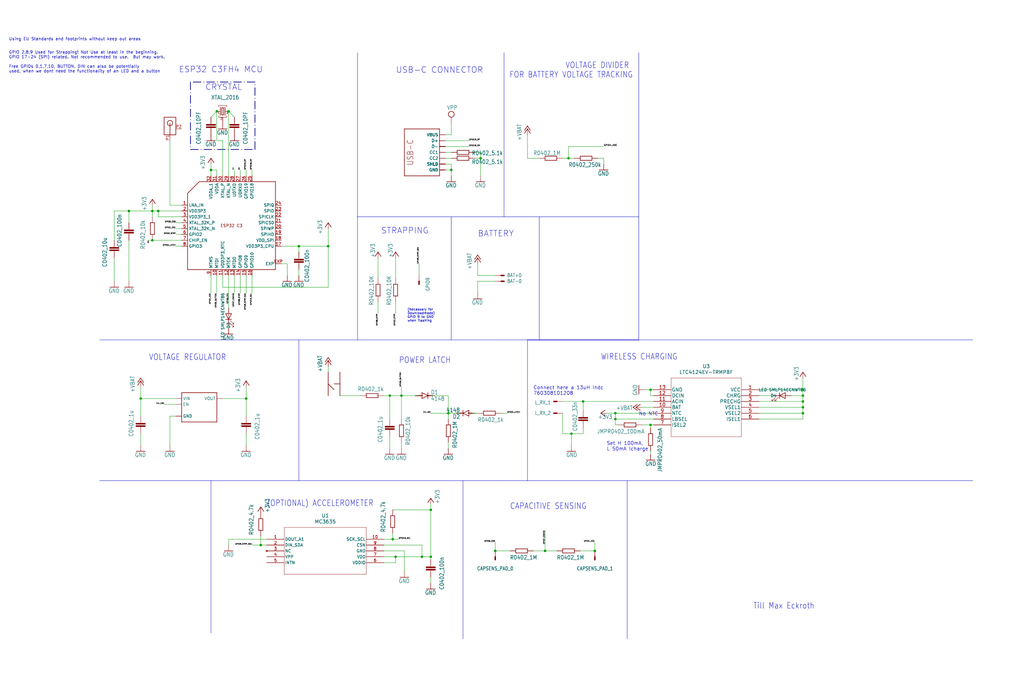
<source format=kicad_sch>
(kicad_sch (version 20230121) (generator eeschema)
  (paper "User" 443.814 298.602)
  (title_block (title "Mouth") (rev "V3"))
  (junction (at 173.99 171.45))
  (junction (at 257.81 238.76))
  (junction (at 186.69 241.3))
  (junction (at 55.88 91.44))
  (junction (at 194.31 179.07))
  (junction (at 208.28 68.58))
  (junction (at 347.98 179.07))
  (junction (at 93.98 48.26))
  (junction (at 129.54 106.68))
  (junction (at 60.96 172.72))
  (junction (at 66.04 104.14))
  (junction (at 99.06 48.26))
  (junction (at 214.63 238.76))
  (junction (at 91.44 73.66))
  (junction (at 281.94 168.91))
  (junction (at 182.88 241.3))
  (junction (at 106.68 172.72))
  (junction (at 170.18 233.68))
  (junction (at 347.98 168.91))
  (junction (at 266.7 179.07))
  (junction (at 186.69 220.98))
  (junction (at 236.22 238.76))
  (junction (at 66.04 91.44))
  (junction (at 113.03 236.22))
  (junction (at 168.91 171.45))
  (junction (at 347.98 171.45))
  (junction (at 142.24 106.68))
  (junction (at 347.98 173.99))
  (junction (at 252.73 173.99))
  (junction (at 246.38 68.58))
  (junction (at 171.45 241.3))
  (junction (at 247.65 187.96))
  (junction (at 68.58 91.44))
  (junction (at 347.98 176.53))
  (junction (at 281.94 184.15))
  (junction (at 266.7 181.61))
  (junction (at 195.58 73.66))
  (wire (pts (xy 113.03 232.41) (xy 113.03 236.22)))
  (wire (pts (xy 91.44 119.38) (xy 91.44 127)) (stroke (width 0.1524)))
  (wire (pts (xy 78.74 91.44) (xy 68.58 91.44)) (stroke (width 0.1524)))
  (wire (pts (xy 55.88 96.52) (xy 55.88 91.44)) (stroke (width 0.1524)))
  (wire (pts (xy 101.6 76.2) (xy 101.6 73.66)) (stroke (width 0.1524)))
  (wire (pts (xy 76.2 96.52) (xy 78.74 96.52)))
  (wire (pts (xy 347.98 173.99) (xy 347.98 176.53)))
  (wire (pts (xy 76.2 180.34) (xy 73.66 180.34)) (stroke (width 0.1524)))
  (wire (pts (xy 106.68 172.72) (xy 106.68 167.64)) (stroke (width 0.1524)))
  (polyline (pts (xy 43.18 147.32) (xy 129.54 147.32)) (stroke (width 0.1524) (type solid)))
  (wire (pts (xy 266.7 179.07) (xy 266.7 181.61)))
  (wire (pts (xy 104.14 119.38) (xy 104.14 127)) (stroke (width 0.1524)))
  (wire (pts (xy 171.45 241.3) (xy 182.88 241.3)))
  (wire (pts (xy 214.63 119.38) (xy 207.01 119.38)) (stroke (width 0.1524)))
  (wire (pts (xy 342.9 171.45) (xy 347.98 171.45)))
  (wire (pts (xy 170.18 231.14) (xy 170.18 233.68)))
  (wire (pts (xy 214.63 234.95) (xy 214.63 238.76)))
  (bus (pts (xy 82.55 35.56) (xy 82.55 64.77)) (stroke (width 0) (type dash_dot)))
  (wire (pts (xy 170.18 233.68) (xy 172.72 233.68)))
  (wire (pts (xy 208.28 68.58) (xy 208.28 76.2)) (stroke (width 0.1524)))
  (wire (pts (xy 186.69 250.19) (xy 186.69 252.73)))
  (wire (pts (xy 266.7 181.61) (xy 266.7 184.15)))
  (wire (pts (xy 214.63 238.76) (xy 220.98 238.76)))
  (wire (pts (xy 246.38 68.58) (xy 246.38 63.5)) (stroke (width 0.1524)))
  (wire (pts (xy 283.21 173.99) (xy 252.73 173.99)))
  (wire (pts (xy 246.38 68.58) (xy 248.92 68.58)) (stroke (width 0.1524)))
  (wire (pts (xy 73.66 60.96) (xy 73.66 88.9)) (stroke (width 0.1524)))
  (wire (pts (xy 55.88 104.14) (xy 55.88 121.92)) (stroke (width 0.1524)))
  (wire (pts (xy 217.17 179.07) (xy 219.71 179.07)) (stroke (width 0.1524)))
  (wire (pts (xy 347.98 168.91) (xy 347.98 171.45)))
  (wire (pts (xy 328.93 179.07) (xy 347.98 179.07)))
  (wire (pts (xy 281.94 171.45) (xy 281.94 168.91)))
  (wire (pts (xy 64.77 104.14) (xy 66.04 104.14)) (stroke (width 0.1524)))
  (wire (pts (xy 228.6 68.58) (xy 228.6 58.42)) (stroke (width 0.1524)))
  (polyline (pts (xy 195.58 147.32) (xy 215.9 147.32)) (stroke (width 0.1524) (type solid)))
  (wire (pts (xy 283.21 176.53) (xy 278.13 176.53)) (stroke (width 0.1524)))
  (polyline (pts (xy 154.94 22.86) (xy 154.94 93.98)) (stroke (width 0.1524) (type solid)))
  (wire (pts (xy 186.69 218.44) (xy 186.69 220.98)))
  (wire (pts (xy 207.01 119.38) (xy 207.01 114.3)) (stroke (width 0.1524)))
  (wire (pts (xy 347.98 168.91) (xy 328.93 168.91)))
  (wire (pts (xy 60.96 180.34) (xy 60.96 172.72)) (stroke (width 0.1524)))
  (wire (pts (xy 78.74 88.9) (xy 73.66 88.9)) (stroke (width 0.1524)))
  (polyline (pts (xy 276.86 22.86) (xy 276.86 93.98)) (stroke (width 0.1524) (type solid)))
  (wire (pts (xy 109.22 119.38) (xy 109.22 127)) (stroke (width 0.1524)))
  (wire (pts (xy 182.88 236.22) (xy 182.88 241.3)))
  (wire (pts (xy 205.74 66.04) (xy 208.28 66.04)) (stroke (width 0.1524)))
  (wire (pts (xy 166.37 171.45) (xy 168.91 171.45)) (stroke (width 0.1524)))
  (wire (pts (xy 347.98 179.07) (xy 347.98 181.61)))
  (polyline (pts (xy 129.54 208.28) (xy 91.44 208.28)) (stroke (width 0.1524) (type solid)))
  (wire (pts (xy 171.45 111.76) (xy 171.45 120.65)) (stroke (width 0.1524)))
  (wire (pts (xy 328.93 181.61) (xy 347.98 181.61)))
  (wire (pts (xy 99.06 127) (xy 99.06 133.35)))
  (wire (pts (xy 168.91 181.61) (xy 168.91 171.45)) (stroke (width 0.1524)))
  (wire (pts (xy 99.06 140.97) (xy 99.06 142.24)))
  (polyline (pts (xy 154.94 93.98) (xy 154.94 147.32)) (stroke (width 0.1524) (type solid)))
  (wire (pts (xy 78.74 99.06) (xy 76.2 99.06)) (stroke (width 0.1524)))
  (polyline (pts (xy 228.6 147.32) (xy 421.64 147.32)) (stroke (width 0.1524) (type solid)))
  (wire (pts (xy 163.83 120.65) (xy 163.83 111.76)) (stroke (width 0.1524)))
  (polyline (pts (xy 233.68 93.98) (xy 276.86 93.98)) (stroke (width 0.1524) (type solid)))
  (wire (pts (xy 328.93 173.99) (xy 347.98 173.99)))
  (wire (pts (xy 91.44 73.66) (xy 91.44 76.2)) (stroke (width 0.1524)))
  (wire (pts (xy 129.54 109.22) (xy 129.54 106.68)) (stroke (width 0.1524)))
  (wire (pts (xy 91.44 73.66) (xy 91.44 71.12)) (stroke (width 0.1524)))
  (wire (pts (xy 194.31 181.61) (xy 194.31 179.07)) (stroke (width 0.1524)))
  (wire (pts (xy 347.98 171.45) (xy 347.98 173.99)))
  (wire (pts (xy 266.7 184.15) (xy 267.97 184.15)))
  (wire (pts (xy 252.73 187.96) (xy 247.65 187.96)))
  (wire (pts (xy 166.37 243.84) (xy 171.45 243.84)))
  (wire (pts (xy 199.39 179.07) (xy 194.31 179.07)) (stroke (width 0.1524)))
  (wire (pts (xy 93.98 76.2) (xy 93.98 73.66)) (stroke (width 0.1524)))
  (wire (pts (xy 207.01 179.07) (xy 204.47 179.07)) (stroke (width 0.1524)))
  (wire (pts (xy 195.58 71.12) (xy 195.58 73.66)) (stroke (width 0.1524)))
  (polyline (pts (xy 271.78 208.28) (xy 271.78 276.86)) (stroke (width 0.1524) (type solid)))
  (wire (pts (xy 99.06 119.38) (xy 99.06 127)) (stroke (width 0.1524)))
  (wire (pts (xy 78.74 106.68) (xy 76.2 106.68)) (stroke (width 0.1524)))
  (wire (pts (xy 181.61 119.38) (xy 181.61 114.3)))
  (wire (pts (xy 281.94 184.15) (xy 278.13 184.15)))
  (wire (pts (xy 231.14 238.76) (xy 236.22 238.76)))
  (wire (pts (xy 173.99 191.77) (xy 173.99 194.31)) (stroke (width 0.1524)))
  (bus (pts (xy 110.49 64.77) (xy 110.49 35.56)) (stroke (width 0) (type dash_dot)))
  (wire (pts (xy 243.84 68.58) (xy 246.38 68.58)) (stroke (width 0.1524)))
  (wire (pts (xy 193.04 60.96) (xy 203.2 60.96)) (stroke (width 0.1524)))
  (wire (pts (xy 281.94 168.91) (xy 283.21 168.91)))
  (wire (pts (xy 259.08 68.58) (xy 261.62 68.58)) (stroke (width 0.1524)))
  (wire (pts (xy 168.91 189.23) (xy 168.91 194.31)) (stroke (width 0.1524)))
  (wire (pts (xy 205.74 68.58) (xy 208.28 68.58)) (stroke (width 0.1524)))
  (wire (pts (xy 147.32 171.45) (xy 156.21 171.45)) (stroke (width 0.1524)))
  (polyline (pts (xy 215.9 208.28) (xy 228.6 208.28)) (stroke (width 0.1524) (type solid)))
  (wire (pts (xy 96.52 124.46) (xy 142.24 124.46)) (stroke (width 0.1524)))
  (wire (pts (xy 60.96 187.96) (xy 60.96 193.04)) (stroke (width 0.1524)))
  (wire (pts (xy 328.93 171.45) (xy 335.28 171.45)))
  (wire (pts (xy 121.92 114.3) (xy 124.46 114.3)) (stroke (width 0.1524)))
  (wire (pts (xy 283.21 171.45) (xy 281.94 171.45)))
  (wire (pts (xy 247.65 187.96) (xy 247.65 193.04)))
  (wire (pts (xy 101.6 119.38) (xy 101.6 127)) (stroke (width 0.1524)))
  (wire (pts (xy 347.98 163.83) (xy 347.98 168.91)))
  (wire (pts (xy 66.04 93.98) (xy 66.04 91.44)) (stroke (width 0.1524)))
  (polyline (pts (xy 218.44 22.86) (xy 218.44 93.98)) (stroke (width 0.1524) (type solid)))
  (wire (pts (xy 142.24 106.68) (xy 142.24 99.06)) (stroke (width 0.1524)))
  (polyline (pts (xy 200.66 208.28) (xy 200.66 276.86)) (stroke (width 0.1524) (type solid)))
  (wire (pts (xy 195.58 73.66) (xy 195.58 76.2)) (stroke (width 0.1524)))
  (wire (pts (xy 251.46 238.76) (xy 257.81 238.76)))
  (wire (pts (xy 171.45 130.81) (xy 171.45 135.89)) (stroke (width 0.1524)))
  (wire (pts (xy 73.66 180.34) (xy 73.66 193.04)) (stroke (width 0.1524)))
  (bus (pts (xy 82.55 64.77) (xy 110.49 64.77)) (stroke (width 0) (type dash_dot)))
  (polyline (pts (xy 228.6 208.28) (xy 421.64 208.28)) (stroke (width 0.1524) (type solid)))
  (wire (pts (xy 163.83 130.81) (xy 163.83 135.89)) (stroke (width 0.1524)))
  (wire (pts (xy 166.37 241.3) (xy 171.45 241.3)))
  (wire (pts (xy 106.68 193.04) (xy 106.68 187.96)) (stroke (width 0.1524)))
  (polyline (pts (xy 218.44 93.98) (xy 233.68 93.98)) (stroke (width 0.1524) (type solid)))
  (wire (pts (xy 252.73 185.42) (xy 252.73 187.96)))
  (wire (pts (xy 347.98 176.53) (xy 347.98 179.07)))
  (wire (pts (xy 78.74 101.6) (xy 76.2 101.6)) (stroke (width 0.1524)))
  (wire (pts (xy 101.6 50.8) (xy 99.06 48.26)) (stroke (width 0.1524)))
  (wire (pts (xy 49.53 91.44) (xy 49.53 104.14)) (stroke (width 0.1524)))
  (wire (pts (xy 194.31 179.07) (xy 186.69 179.07)) (stroke (width 0.1524)))
  (bus (pts (xy 110.49 35.56) (xy 82.55 35.56)) (stroke (width 0) (type dash_dot)))
  (wire (pts (xy 129.54 106.68) (xy 142.24 106.68)) (stroke (width 0.1524)))
  (polyline (pts (xy 228.6 147.32) (xy 228.6 208.28)) (stroke (width 0.1524) (type solid)))
  (wire (pts (xy 195.58 53.34) (xy 195.58 58.42)) (stroke (width 0.1524)))
  (wire (pts (xy 109.22 76.2) (xy 109.22 73.66)) (stroke (width 0.1524)))
  (polyline (pts (xy 218.44 93.98) (xy 154.94 93.98)) (stroke (width 0.1524) (type solid)))
  (wire (pts (xy 99.06 233.68) (xy 99.06 236.22)))
  (wire (pts (xy 236.22 229.87) (xy 236.22 238.76)))
  (wire (pts (xy 173.99 167.64) (xy 173.99 171.45)) (stroke (width 0.1524)))
  (wire (pts (xy 78.74 93.98) (xy 68.58 93.98)) (stroke (width 0.1524)))
  (wire (pts (xy 93.98 119.38) (xy 93.98 127)) (stroke (width 0.1524)))
  (wire (pts (xy 194.31 191.77) (xy 194.31 194.31)) (stroke (width 0.1524)))
  (wire (pts (xy 186.69 171.45) (xy 194.31 171.45)) (stroke (width 0.1524)))
  (wire (pts (xy 182.88 241.3) (xy 186.69 241.3)))
  (polyline (pts (xy 129.54 147.32) (xy 129.54 208.28)) (stroke (width 0.1524) (type solid)))
  (wire (pts (xy 281.94 196.85) (xy 281.94 195.58)))
  (wire (pts (xy 91.44 50.8) (xy 93.98 48.26)) (stroke (width 0.1524)))
  (wire (pts (xy 99.06 48.26) (xy 99.06 76.2)) (stroke (width 0.1524)))
  (wire (pts (xy 243.84 187.96) (xy 243.84 179.07)))
  (wire (pts (xy 121.92 106.68) (xy 129.54 106.68)) (stroke (width 0.1524)))
  (wire (pts (xy 193.04 58.42) (xy 195.58 58.42)) (stroke (width 0.1524)))
  (wire (pts (xy 96.52 172.72) (xy 106.68 172.72)) (stroke (width 0.1524)))
  (wire (pts (xy 195.58 73.66) (xy 193.04 73.66)) (stroke (width 0.1524)))
  (wire (pts (xy 262.89 179.07) (xy 266.7 179.07)))
  (wire (pts (xy 166.37 238.76) (xy 175.26 238.76)))
  (wire (pts (xy 171.45 243.84) (xy 171.45 241.3)))
  (polyline (pts (xy 233.68 93.98) (xy 233.68 147.32)) (stroke (width 0.1524) (type solid)))
  (wire (pts (xy 266.7 181.61) (xy 283.21 181.61)))
  (wire (pts (xy 96.52 119.38) (xy 96.52 124.46)) (stroke (width 0.1524)))
  (wire (pts (xy 142.24 124.46) (xy 142.24 106.68)) (stroke (width 0.1524)))
  (polyline (pts (xy 43.18 208.28) (xy 91.44 208.28)) (stroke (width 0.1524) (type solid)))
  (wire (pts (xy 181.61 171.45) (xy 173.99 171.45)) (stroke (width 0.1524)))
  (wire (pts (xy 49.53 111.76) (xy 49.53 121.92)) (stroke (width 0.1524)))
  (wire (pts (xy 168.91 171.45) (xy 173.99 171.45)) (stroke (width 0.1524)))
  (wire (pts (xy 175.26 238.76) (xy 175.26 247.65)))
  (wire (pts (xy 60.96 172.72) (xy 60.96 167.64)) (stroke (width 0.1524)))
  (wire (pts (xy 193.04 66.04) (xy 195.58 66.04)) (stroke (width 0.1524)))
  (wire (pts (xy 66.04 104.14) (xy 78.74 104.14)) (stroke (width 0.1524)))
  (polyline (pts (xy 195.58 93.98) (xy 195.58 147.32)) (stroke (width 0.1524) (type solid)))
  (wire (pts (xy 236.22 238.76) (xy 241.3 238.76)))
  (wire (pts (xy 106.68 180.34) (xy 106.68 172.72)) (stroke (width 0.1524)))
  (wire (pts (xy 281.94 185.42) (xy 281.94 184.15)))
  (wire (pts (xy 124.46 114.3) (xy 124.46 119.38)) (stroke (width 0.1524)))
  (wire (pts (xy 252.73 173.99) (xy 252.73 177.8)))
  (polyline (pts (xy 129.54 147.32) (xy 154.94 147.32)) (stroke (width 0.1524) (type solid)))
  (polyline (pts (xy 276.86 93.98) (xy 276.86 147.32)) (stroke (width 0.1524) (type solid)))
  (wire (pts (xy 246.38 63.5) (xy 261.62 63.5)) (stroke (width 0.1524)))
  (wire (pts (xy 106.68 119.38) (xy 106.68 127)) (stroke (width 0.1524)))
  (wire (pts (xy 208.28 66.04) (xy 208.28 68.58)) (stroke (width 0.1524)))
  (wire (pts (xy 193.04 68.58) (xy 195.58 68.58)) (stroke (width 0.1524)))
  (wire (pts (xy 279.4 168.91) (xy 281.94 168.91)))
  (wire (pts (xy 68.58 93.98) (xy 68.58 91.44)) (stroke (width 0.1524)))
  (polyline (pts (xy 154.94 147.32) (xy 195.58 147.32)) (stroke (width 0.1524) (type solid)))
  (wire (pts (xy 170.18 220.98) (xy 186.69 220.98)))
  (wire (pts (xy 166.37 233.68) (xy 170.18 233.68)))
  (wire (pts (xy 194.31 171.45) (xy 194.31 179.07)) (stroke (width 0.1524)))
  (wire (pts (xy 207.01 121.92) (xy 207.01 127)) (stroke (width 0.1524)))
  (polyline (pts (xy 91.44 208.28) (xy 91.44 274.32)) (stroke (width 0.1524) (type solid)))
  (wire (pts (xy 76.2 172.72) (xy 60.96 172.72)) (stroke (width 0.1524)))
  (polyline (pts (xy 233.68 147.32) (xy 276.86 147.32)) (stroke (width 0.1524) (type solid)))
  (wire (pts (xy 93.98 73.66) (xy 91.44 73.66)) (stroke (width 0.1524)))
  (wire (pts (xy 115.57 233.68) (xy 99.06 233.68)))
  (wire (pts (xy 193.04 71.12) (xy 195.58 71.12)) (stroke (width 0.1524)))
  (wire (pts (xy 76.2 175.26) (xy 71.12 175.26)) (stroke (width 0.1524)))
  (polyline (pts (xy 215.9 147.32) (xy 233.68 147.32)) (stroke (width 0.1524) (type solid)))
  (polyline (pts (xy 276.86 147.32) (xy 228.6 147.32)) (stroke (width 0.1524) (type solid)))
  (wire (pts (xy 142.24 161.29) (xy 142.24 158.75)) (stroke (width 0.1524)))
  (wire (pts (xy 173.99 181.61) (xy 173.99 171.45)) (stroke (width 0.1524)))
  (wire (pts (xy 166.37 236.22) (xy 182.88 236.22)))
  (wire (pts (xy 252.73 173.99) (xy 243.84 173.99)))
  (wire (pts (xy 186.69 241.3) (xy 186.69 242.57)))
  (wire (pts (xy 257.81 234.95) (xy 257.81 238.76)))
  (wire (pts (xy 266.7 179.07) (xy 283.21 179.07)))
  (wire (pts (xy 106.68 76.2) (xy 106.68 73.66)) (stroke (width 0.1524)))
  (wire (pts (xy 66.04 88.9) (xy 66.04 91.44)) (stroke (width 0.1524)))
  (wire (pts (xy 113.03 236.22) (xy 115.57 236.22)))
  (wire (pts (xy 214.63 121.92) (xy 207.01 121.92)) (stroke (width 0.1524)))
  (wire (pts (xy 104.14 76.2) (xy 104.14 73.66)) (stroke (width 0.1524)))
  (wire (pts (xy 66.04 91.44) (xy 55.88 91.44)) (stroke (width 0.1524)))
  (wire (pts (xy 233.68 68.58) (xy 228.6 68.58)) (stroke (width 0.1524)))
  (wire (pts (xy 193.04 63.5) (xy 203.2 63.5)) (stroke (width 0.1524)))
  (polyline (pts (xy 129.54 208.28) (xy 215.9 208.28)) (stroke (width 0.1524) (type solid)))
  (wire (pts (xy 55.88 91.44) (xy 49.53 91.44)) (stroke (width 0.1524)))
  (wire (pts (xy 186.69 220.98) (xy 186.69 241.3)))
  (wire (pts (xy 328.93 176.53) (xy 347.98 176.53)))
  (wire (pts (xy 109.22 236.22) (xy 113.03 236.22)))
  (wire (pts (xy 283.21 184.15) (xy 281.94 184.15)))
  (wire (pts (xy 261.62 68.58) (xy 261.62 71.12)) (stroke (width 0.1524)))
  (wire (pts (xy 93.98 60.96) (xy 96.52 60.96)) (stroke (width 0.1524)))
  (wire (pts (xy 247.65 187.96) (xy 243.84 187.96)))
  (wire (pts (xy 93.98 48.26) (xy 93.98 60.96)) (stroke (width 0.1524)))
  (wire (pts (xy 68.58 91.44) (xy 66.04 91.44)) (stroke (width 0.1524)))
  (wire (pts (xy 96.52 60.96) (xy 96.52 76.2)) (stroke (width 0.1524)))
  (wire (pts (xy 129.54 119.38) (xy 129.54 116.84)) (stroke (width 0.1524)))
  (text "(Necassary for \nDownloadmode)\nGPIO 9 to GND \nwhen flashing" (at 176.53 139.7 0) (effects (font (size 1 1)) (justify left bottom)))
  (text "WIRELESS CHARGING" (at 260.35 156.21 0) (effects (font (size 2.54 2.159)) (justify left bottom)))
  (text "BATTERY" (at 207.01 102.87 0) (effects (font (size 2.54 2.54)) (justify left bottom)))
  (text "(OPTIONAL) ACCELEROMETER\n" (at 115.57 219.71 0) (effects (font (size 2.54 2.159)) (justify left bottom)))
  (text "CAPACITIVE SENSING" (at 220.98 220.98 0) (effects (font (size 2.54 2.159)) (justify left bottom)))
  (text "Set H 100mA, \nL 50mA Icharge" (at 262.89 195.58 0) (effects (font (size 1.5 1.5)) (justify left bottom)))
  (text "USB-C CONNECTOR" (at 190.5 30.48 0) (effects (font (size 2.54 2.54))))
  (text "VOLTAGE REGULATOR" (at 81.28 154.94 0) (effects (font (size 2.54 2.159))))
  (text "No NTC" (at 276.86 180.34 0) (effects (font (size 1.5 1.5)) (justify left bottom)))
  (text "CRYSTAL" (at 88.9 39.37 0) (effects (font (size 2.54 2.54)) (justify left bottom)))
  (text "Connect here a 13uH Indc\n760308101208" (at 231.14 171.45 0) (effects (font (size 1.5 1.5)) (justify left bottom)))
  (text "Using EU Standards and footprints without keep out areas\n" (at 3.81 17.78 0) (effects (font (size 1.27 1.27)) (justify left bottom)))
  (text "STRAPPING\n" (at 165.1 101.6 0) (effects (font (size 2.54 2.54)) (justify left bottom)))
  (text "GPIO 2,8,9 Used for Strapping! Not Use at least in the beginning.\nGPIO 17-24 (SPI) related. Not recommended to use.  But may work.\n\nFree GPIOs 0,1,7,10, BUTTON, DIN can also be potentially\nused, when we dont need the functionality of an LED and a button" (at 3.81 31.75 0) (effects (font (size 1.27 1.27)) (justify left bottom)))
  (text "ToDo\n\nEnable LDO must be activatable without the button" (at 57.15 323.85 0) (effects (font (size 1.27 1.27)) (justify left bottom)))
  (text "POWER LATCH" (at 184.15 156.21 0) (effects (font (size 2.54 2.159))))
  (text "VOLTAGE DIVIDER \nFOR BATTERY VOLTAGE TRACKING\n\n" (at 274.32 38.1 0) (effects (font (size 2.54 2.159)) (justify right bottom)))
  (text "Till Max Eckroth" (at 326.39 264.16 0) (effects (font (size 2.54 2.159)) (justify left bottom)))
  (text "ESP32 C3FH4 MCU" (at 77.47 31.75 0) (effects (font (size 2.54 2.54)) (justify left bottom)))
  (label "GPIO19_DP" (at 203.2 60.96 0) (effects (font (size 0.569 0.569))))
  (label "GPIO2_STRP" (at 76.2 101.6 180) (effects (font (size 0.569 0.569))))
  (label "GPIO0_CS0" (at 214.63 234.95 180) (effects (font (size 0.569 0.569))))
  (label "GPIO4_ADC" (at 91.44 127 270) (effects (font (size 0.569 0.569))))
  (label "EN_LDO" (at 186.69 179.07 180) (effects (font (size 0.569 0.569))))
  (label "GPIO8_STRP" (at 163.83 135.89 270) (effects (font (size 0.569 0.569))))
  (label "GPIO7_CSEND" (at 101.6 127 270) (effects (font (size 0.569 0.569))))
  (label "RX" (at 104.14 73.66 90) (effects (font (size 0.569 0.569))))
  (label "GPIO7_CSEND" (at 236.22 229.87 270) (effects (font (size 0.569 0.569))))
  (label "GPIO1_CS1" (at 76.2 99.06 180) (effects (font (size 0.569 0.569))))
  (label "GPIO3_LATCH" (at 76.2 106.68 180) (effects (font (size 0.569 0.569))))
  (label "GPIO19_DP" (at 106.68 73.66 90) (effects (font (size 0.569 0.569))))
  (label "EN" (at 64.77 104.14 270) (effects (font (size 0.569 0.569))))
  (label "GPIO18_DM" (at 203.2 63.5 0) (effects (font (size 0.569 0.569))))
  (label "GPIO5_BUTTON" (at 173.99 167.64 90) (effects (font (size 0.569 0.569))))
  (label "GPIO8_STRP" (at 104.14 127 270) (effects (font (size 0.569 0.569))))
  (label "GPIO10_SCL" (at 109.22 127 270) (effects (font (size 0.569 0.569))))
  (label "GPIO6_DIN" (at 99.06 127 270) (effects (font (size 0.569 0.569))))
  (label "GPIO1_CS1" (at 257.81 234.95 180) (effects (font (size 0.569 0.569))))
  (label "GPIO3_LATCH" (at 219.71 179.07 0) (effects (font (size 0.569 0.569))))
  (label "GPIO9_STRP_SDA" (at 106.68 127 270) (effects (font (size 0.569 0.569))))
  (label "GPIO2_STRP" (at 171.45 135.89 270) (effects (font (size 0.569 0.569))))
  (label "GPIO18_DM" (at 109.22 73.66 90) (effects (font (size 0.569 0.569))))
  (label "GPIO9_STRP_SDA" (at 109.22 236.22 180) (effects (font (size 0.569 0.569))))
  (label "GPIO9_STRP_SDA" (at 181.61 114.3 90) (effects (font (size 0.569 0.569))))
  (label "GPIO0_CS0" (at 76.2 96.52 180) (effects (font (size 0.569 0.569))))
  (label "TX" (at 101.6 73.66 90) (effects (font (size 0.569 0.569))))
  (label "EN_LDO" (at 71.12 175.26 180) (effects (font (size 0.569 0.569))))
  (label "GPIO5_BUTTON" (at 93.98 127 270) (effects (font (size 0.569 0.569))))
  (label "GPIO4_ADC" (at 261.62 63.5 0) (effects (font (size 0.7112 0.7112))))
  (label "GPIO10_SCL" (at 172.72 233.68 0) (effects (font (size 0.569 0.569))))
  (symbol (lib_id "picoclick_c3t_original-eagle-import:C-EU-0402-WOKEEPOUT_S") (at 106.68 185.42 180) (unit 1)
    (property "Reference" "C2" (effects hide))
    (property "Value" "C0402_1u" (at 110.49 179.07 90) (effects (font (size 1.778 1.5113)) (justify left bottom)))
    (property "Footprint" "picoclick_c3t_original:C0402_S" (effects hide))
  )
  (symbol (lib_id "picoclick_c3t_original-eagle-import:VPP") (at 195.58 50.8 0) (unit 1)
    (property "Reference" "#SUPPLY01" (effects hide))
    (property "Value" "VPP" (at 193.675 47.625 0) (effects (font (size 1.778 1.5113)) (justify left bottom)))
  )
  (symbol (lib_id "picoclick_c3t_original-eagle-import:R-EU-0402-WOKEEPOUT") (at 226.06 238.76 0) (unit 1)
    (property "Reference" "R8" (effects hide))
    (property "Value" "R0402_1M" (at 220.98 242.57 0) (effects (font (size 1.778 1.5113)) (justify left bottom)))
    (property "Footprint" "Solderpad:R_0402_1005Metric" (effects hide))
  )
  (symbol (lib_id "picoclick_c3t_original-eagle-import:+3V3") (at 66.04 86.36 0) (unit 1)
    (property "Reference" "#+3V011" (effects hide))
    (property "Value" "+3V3" (at 63.5 91.44 90) (effects (font (size 1.778 1.5113)) (justify left bottom)))
  )
  (symbol (lib_id "picoclick_c3t_original-eagle-import:R-EU-0402-WOKEEPOUT") (at 200.66 66.04 0) (unit 1)
    (property "Reference" "R12" (effects hide))
    (property "Value" "R0402_5.1k" (at 204.47 67.31 0) (effects (font (size 1.778 1.5113)) (justify left bottom)))
    (property "Footprint" "picoclick_c3t_original:R0402" (effects hide))
  )
  (symbol (lib_id "picoclick_c3t_original-eagle-import:GND") (at 106.68 195.58 0) (unit 1)
    (property "Reference" "#GND011" (effects hide))
    (property "Value" "GND" (at 104.14 198.12 0) (effects (font (size 1.778 1.5113)) (justify left bottom)))
  )
  (symbol (lib_id "picoclick_c3t_original-eagle-import:GND") (at 129.54 121.92 0) (unit 1)
    (property "Reference" "#GND048" (effects hide))
    (property "Value" "GND" (at 127 124.46 0) (effects (font (size 1.778 1.5113)) (justify left bottom)))
  )
  (symbol (lib_id "picoclick_c3t_original-eagle-import:MIC5504") (at 86.36 177.8 0) (unit 1)
    (property "Reference" "U2" (effects hide))
    (property "Value" "MIC5504" (effects hide))
    (property "Footprint" "picoclick_c3t_original:TDFN4" (effects hide))
  )
  (symbol (lib_id "picoclick_c3t_original-eagle-import:R-EU-0402-WOKEEPOUT") (at 163.83 125.73 270) (unit 1)
    (property "Reference" "R10" (effects hide))
    (property "Value" "R0402_10K" (at 160.02 119.38 0) (effects (font (size 1.778 1.5113)) (justify left bottom)))
    (property "Footprint" "picoclick_c3t_original:R0402" (effects hide))
  )
  (symbol (lib_id "picoclick_c3t_original-eagle-import:C-EU-0402-WOKEEPOUT_S") (at 101.6 55.88 180) (unit 1)
    (property "Reference" "C21" (effects hide))
    (property "Value" "C0402_10PF" (at 105.41 48.26 90) (effects (font (size 1.778 1.5113)) (justify left bottom)))
    (property "Footprint" "picoclick_c3t_original:C0402_S" (effects hide))
  )
  (symbol (lib_id "picoclick_c3t_original-eagle-import:+3V3") (at 91.44 68.58 0) (unit 1)
    (property "Reference" "#+3V013" (effects hide))
    (property "Value" "+3V3" (at 88.9 73.66 90) (effects (font (size 1.778 1.5113)) (justify left bottom)))
  )
  (symbol (lib_id "picoclick_c3t_original-eagle-import:R-EU-0402-WOKEEPOUT") (at 246.38 238.76 0) (unit 1)
    (property "Reference" "R9" (effects hide))
    (property "Value" "R0402_1M" (at 241.3 242.57 0) (effects (font (size 1.778 1.5113)) (justify left bottom)))
    (property "Footprint" "Solderpad:R_0402_1005Metric" (effects hide))
  )
  (symbol (lib_id "Device:LED") (at 339.09 171.45 0) (unit 1)
    (property "Reference" "D4" (at 335.28 171.45 0))
    (property "Value" "LED SMLP14ECNWT86" (at 339.09 168.91 0))
    (property "Footprint" "Resistor_SMD:R_0402_1005Metric" (effects hide))
  )
  (symbol (lib_id "picoclick_c3t_original-eagle-import:GND") (at 208.28 78.74 0) (unit 1)
    (property "Reference" "#GND035" (effects hide))
    (property "Value" "GND" (at 205.74 81.28 0) (effects (font (size 1.778 1.5113)) (justify left bottom)))
  )
  (symbol (lib_id "picoclick_c3t_original-eagle-import:GND") (at 168.91 196.85 0) (unit 1)
    (property "Reference" "#GND07" (effects hide))
    (property "Value" "GND" (at 166.37 199.39 0) (effects (font (size 1.778 1.5113)) (justify left bottom)))
  )
  (symbol (lib_id "picoclick_c3t_original-eagle-import:DIODE-SOD523") (at 201.93 179.07 180) (unit 1)
    (property "Reference" "D2" (at 199.39 179.5526 0) (effects (font (size 1.778 1.5113)) (justify left bottom)))
    (property "Value" "4148" (at 199.39 176.7586 0) (effects (font (size 1.778 1.5113)) (justify left bottom)))
    (property "Footprint" "picoclick_c3t_original:SOD523" (effects hide))
  )
  (symbol (lib_id "picoclick_c3t_original-eagle-import:R-EU-0402-WOKEEPOUT") (at 113.03 227.33 270) (unit 1)
    (property "Reference" "R5" (effects hide))
    (property "Value" "R0402_4.7k" (at 107.95 218.44 0) (effects (font (size 1.778 1.5113)) (justify left bottom)))
    (property "Footprint" "Solderpad:R_0402_1005Metric" (effects hide))
  )
  (symbol (lib_id "picoclick_c3t_original-eagle-import:R-EU-0402-WOKEEPOUT") (at 194.31 186.69 90) (unit 1)
    (property "Reference" "R3" (effects hide))
    (property "Value" "R0402_1M" (at 198.12 194.31 0) (effects (font (size 1.778 1.5113)) (justify left bottom)))
    (property "Footprint" "picoclick_c3t_original:R0402" (effects hide))
  )
  (symbol (lib_id "picoclick_c3t_original-eagle-import:GND") (at 175.26 250.19 0) (unit 1)
    (property "Reference" "#GND03" (effects hide))
    (property "Value" "GND" (at 172.72 252.73 0) (effects (font (size 1.778 1.5113)) (justify left bottom)))
  )
  (symbol (lib_id "picoclick_c3t_original-eagle-import:R-EU-0402-WOKEEPOUT") (at 171.45 125.73 270) (unit 1)
    (property "Reference" "R11" (effects hide))
    (property "Value" "R0402_10K" (at 167.64 119.38 0) (effects (font (size 1.778 1.5113)) (justify left bottom)))
    (property "Footprint" "picoclick_c3t_original:R0402" (effects hide))
  )
  (symbol (lib_id "picoclick_c3t_original-eagle-import:C-EU-0402-WOKEEPOUT_S") (at 55.88 101.6 180) (unit 1)
    (property "Reference" "C8" (effects hide))
    (property "Value" "C0402_100n" (at 50.8 92.71 90) (effects (font (size 1.778 1.5113)) (justify left bottom)))
    (property "Footprint" "picoclick_c3t_original:C0402_S" (effects hide))
  )
  (symbol (lib_id "picoclick_c3t_original-eagle-import:USB_C_C393939") (at 187.96 66.04 0) (mirror y) (unit 1)
    (property "Reference" "USB-C0" (effects hide))
    (property "Value" "USB_C_C393939" (effects hide))
    (property "Footprint" "picoclick_c3t_original:USBC_C393939" (effects hide))
  )
  (symbol (lib_id "picoclick_c3t_original-eagle-import:+VBAT") (at 207.01 111.76 0) (unit 1)
    (property "Reference" "#+VBAT01" (effects hide))
    (property "Value" "+VBAT" (at 204.47 116.84 90) (effects (font (size 1.778 1.5113)) (justify left bottom)))
  )
  (symbol (lib_id "picoclick_c3t_original-eagle-import:+3V3") (at 186.69 215.9 0) (unit 1)
    (property "Reference" "#+3V03" (effects hide))
    (property "Value" "+3V3" (at 190.5 218.44 90) (effects (font (size 1.778 1.5113)) (justify left bottom)))
  )
  (symbol (lib_id "picoclick_c3t_original-eagle-import:+3V3") (at 347.98 161.29 0) (mirror y) (unit 1)
    (property "Reference" "#+3V06" (effects hide))
    (property "Value" "+3V3" (at 344.17 165.1 90) (effects (font (size 1.778 1.5113)) (justify left bottom)))
  )
  (symbol (lib_id "picoclick_c3t_original-eagle-import:+VBAT") (at 275.59 176.53 90) (mirror x) (unit 1)
    (property "Reference" "#+VBAT02" (effects hide))
    (property "Value" "+VBAT" (at 274.32 177.8 90) (effects (font (size 1.778 1.5113)) (justify left bottom)))
  )
  (symbol (lib_id "picoclick_c3t_original-eagle-import:DIODE-SOD523") (at 184.15 171.45 0) (unit 1)
    (property "Reference" "D1" (at 186.69 170.9674 0) (effects (font (size 1.778 1.5113)) (justify left bottom)))
    (property "Value" "4148" (at 186.69 173.7614 0) (effects (font (size 1.778 1.5113)) (justify left bottom)))
    (property "Footprint" "picoclick_c3t_original:SOD523" (effects hide))
  )
  (symbol (lib_id "picoclick_c3t_original-eagle-import:GND") (at 96.52 55.88 0) (unit 1)
    (property "Reference" "#GND050" (effects hide))
    (property "Value" "GND" (at 93.98 58.42 0) (effects (font (size 1.778 1.5113)) (justify left bottom)))
  )
  (symbol (lib_id "picoclick_c3t_original-eagle-import:R-EU-0402-WOKEEPOUT") (at 238.76 68.58 0) (unit 1)
    (property "Reference" "R/1" (effects hide))
    (property "Value" "R0402_1M" (at 231.14 67.31 0) (effects (font (size 1.778 1.5113)) (justify left bottom)))
    (property "Footprint" "picoclick_c3t_original:R0402" (effects hide))
  )
  (symbol (lib_id "picoclick_c3t_original-eagle-import:+VBAT") (at 142.24 156.21 0) (unit 1)
    (property "Reference" "#+VBAT03" (effects hide))
    (property "Value" "+VBAT" (at 139.7 161.29 90) (effects (font (size 1.778 1.5113)) (justify left bottom)))
  )
  (symbol (lib_id "picoclick_c3t_original-eagle-import:GND") (at 195.58 78.74 0) (unit 1)
    (property "Reference" "#GND034" (effects hide))
    (property "Value" "GND" (at 193.04 81.28 0) (effects (font (size 1.778 1.5113)) (justify left bottom)))
  )
  (symbol (lib_id "picoclick_c3t_original-eagle-import:+VBAT") (at 60.96 165.1 0) (unit 1)
    (property "Reference" "#+VBAT05" (effects hide))
    (property "Value" "+VBAT" (at 58.42 170.18 90) (effects (font (size 1.778 1.5113)) (justify left bottom)))
  )
  (symbol (lib_id "picoclick_c3t_original-eagle-import:R-EU-0402-WOKEEPOUT") (at 173.99 186.69 90) (unit 1)
    (property "Reference" "R4" (effects hide))
    (property "Value" "R0402_10k" (at 177.8 193.04 0) (effects (font (size 1.778 1.5113)) (justify left bottom)))
    (property "Footprint" "picoclick_c3t_original:R0402" (effects hide))
  )
  (symbol (lib_name "TP/SP-1.5X1.0_1") (lib_id "picoclick_c3t_original-eagle-import:TP/SP-1.5X1.0") (at 241.3 173.99 0) (mirror y) (unit 1)
    (property "Reference" "L_RX_1" (at 238.76 175.26 0) (effects (font (size 1.524 1.2954)) (justify left bottom)))
    (property "Value" "TP/SP-1.5X1.0" (effects hide))
    (property "Footprint" "Solderpad:Solderpad_1.5_1.0" (effects hide))
  )
  (symbol (lib_id "Solderpad:TP/SP-1.5X1.0") (at 214.63 241.3 270) (unit 1)
    (property "Reference" "CAPSENS_PAD_0" (at 214.63 246.38 90) (effects (font (size 1.524 1.2954))))
    (property "Value" "TP/SP-1.5X1.0" (effects hide))
    (property "Footprint" "Solderpad:Solderpad_1.5_1.0" (effects hide))
  )
  (symbol (lib_id "picoclick_c3t_original-eagle-import:GND") (at 55.88 124.46 0) (unit 1)
    (property "Reference" "#GND046" (effects hide))
    (property "Value" "GND" (at 53.34 127 0) (effects (font (size 1.778 1.5113)) (justify left bottom)))
  )
  (symbol (lib_id "picoclick_c3t_original-eagle-import:GND") (at 207.01 129.54 0) (unit 1)
    (property "Reference" "#GND015" (effects hide))
    (property "Value" "GND" (at 204.47 132.08 0) (effects (font (size 1.778 1.5113)) (justify left bottom)))
  )
  (symbol (lib_id "picoclick_c3t_original-eagle-import:GND") (at 99.06 238.76 0) (unit 1)
    (property "Reference" "#GND01" (effects hide))
    (property "Value" "GND" (at 96.52 241.3 0) (effects (font (size 1.778 1.5113)) (justify left bottom)))
  )
  (symbol (lib_id "picoclick_c3t_original-eagle-import:R-EU-0402-WOKEEPOUT") (at 281.94 190.5 90) (mirror x) (unit 1)
    (property "Reference" "R16" (effects hide))
    (property "Value" "JMPR0402_50mA" (at 287.02 185.42 0) (effects (font (size 1.778 1.5113)) (justify left bottom)))
    (property "Footprint" "Resistor_SMD:R_0402_1005Metric" (effects hide))
  )
  (symbol (lib_name "TP/SP-1.5X1.0_1") (lib_id "picoclick_c3t_original-eagle-import:TP/SP-1.5X1.0") (at 217.17 121.92 0) (unit 1)
    (property "Reference" "BAT-0" (at 219.71 122.682 0) (effects (font (size 1.524 1.2954)) (justify left bottom)))
    (property "Value" "TP/SP-1.5X1.0" (effects hide))
    (property "Footprint" "Solderpad:Solderpad_1.5_1.0" (effects hide))
  )
  (symbol (lib_id "picoclick_c3t_original-eagle-import:R-EU-0402-WOKEEPOUT") (at 200.66 68.58 0) (unit 1)
    (property "Reference" "R13" (effects hide))
    (property "Value" "R0402_5.1k" (at 204.47 71.12 0) (effects (font (size 1.778 1.5113)) (justify left bottom)))
    (property "Footprint" "picoclick_c3t_original:R0402" (effects hide))
  )
  (symbol (lib_id "picoclick_c3t_original-eagle-import:GND") (at 276.86 168.91 270) (mirror x) (unit 1)
    (property "Reference" "#GND08" (effects hide))
    (property "Value" "GND" (at 274.32 171.45 0) (effects (font (size 1.778 1.5113)) (justify left bottom)))
  )
  (symbol (lib_id "picoclick_c3t_original-eagle-import:R-EU-0402-WOKEEPOUT") (at 212.09 179.07 0) (unit 1)
    (property "Reference" "R2" (effects hide))
    (property "Value" "R0402_1k" (at 207.01 182.88 0) (effects (font (size 1.778 1.5113)) (justify left bottom)))
    (property "Footprint" "picoclick_c3t_original:R0402" (effects hide))
  )
  (symbol (lib_id "Device:LED") (at 99.06 137.16 90) (unit 1)
    (property "Reference" "D3" (at 99.06 140.97 0))
    (property "Value" "LED SMLP14ECNWT86" (at 96.52 137.16 0))
    (property "Footprint" "Resistor_SMD:R_0402_1005Metric" (effects hide))
  )
  (symbol (lib_id "Solderpad:TP/SP-1.5X1.0") (at 257.81 241.3 270) (unit 1)
    (property "Reference" "CAPSENS_PAD_1" (at 257.81 246.38 90) (effects (font (size 1.524 1.2954))))
    (property "Value" "TP/SP-1.5X1.0" (effects hide))
    (property "Footprint" "Solderpad:Solderpad_1.5_1.0" (effects hide))
  )
  (symbol (lib_name "C-EU-0402-WOKEEPOUT_S_2") (lib_id "picoclick_c3t_original-eagle-import:C-EU-0402-WOKEEPOUT_S") (at 252.73 182.88 0) (mirror x) (unit 1)
    (property "Reference" "C4" (effects hide))
    (property "Value" "C0402_33n" (at 250.19 173.99 90) (effects (font (size 1.778 1.5113)) (justify left bottom)))
    (property "Footprint" "Capacitor_SMD:C_0402_1005Metric" (effects hide))
  )
  (symbol (lib_id "picoclick_c3t_original-eagle-import:GND") (at 124.46 121.92 0) (unit 1)
    (property "Reference" "#GND049" (effects hide))
    (property "Value" "GND" (at 121.92 124.46 0) (effects (font (size 1.778 1.5113)) (justify left bottom)))
  )
  (symbol (lib_id "picoclick_c3t_original-eagle-import:C-EU-0402-WOKEEPOUT_S") (at 168.91 186.69 180) (unit 1)
    (property "Reference" "C13" (effects hide))
    (property "Value" "C0402_1u" (at 163.83 180.34 90) (effects (font (size 1.778 1.5113)) (justify left bottom)))
    (property "Footprint" "picoclick_c3t_original:C0402_S" (effects hide))
  )
  (symbol (lib_id "Solderpad:TP/SP-1.5X1.0") (at 181.61 121.92 270) (unit 1)
    (property "Reference" "GPIO9" (at 185.42 123.19 0) (effects (font (size 1.524 1.2954))))
    (property "Value" "TP/SP-1.5X1.0" (effects hide))
    (property "Footprint" "Solderpad:Solderpad_1.5_1.0" (effects hide))
  )
  (symbol (lib_id "picoclick_c3t_original-eagle-import:R-EU-0402-WOKEEPOUT") (at 66.04 99.06 270) (unit 1)
    (property "Reference" "R7" (effects hide))
    (property "Value" "R0402_10k" (at 60.96 95.25 0) (effects (font (size 1.778 1.5113)) (justify left bottom)))
    (property "Footprint" "picoclick_c3t_original:R0402" (effects hide))
  )
  (symbol (lib_id "picoclick_c3t_original-eagle-import:+VBAT") (at 228.6 55.88 0) (unit 1)
    (property "Reference" "#+VBAT04" (effects hide))
    (property "Value" "+VBAT" (at 226.06 60.96 90) (effects (font (size 1.778 1.5113)) (justify left bottom)))
  )
  (symbol (lib_id "picoclick_c3t_original-eagle-import:C-EU-0402-WOKEEPOUT_S") (at 49.53 109.22 180) (unit 1)
    (property "Reference" "C7" (effects hide))
    (property "Value" "C0402_10u" (at 44.45 102.87 90) (effects (font (size 1.778 1.5113)) (justify left bottom)))
    (property "Footprint" "picoclick_c3t_original:C0402_S" (effects hide))
  )
  (symbol (lib_id "picoclick_c3t_original-eagle-import:R-EU-0402-WOKEEPOUT") (at 170.18 226.06 270) (unit 1)
    (property "Reference" "R6" (effects hide))
    (property "Value" "R0402_4.7k" (at 165.1 217.17 0) (effects (font (size 1.778 1.5113)) (justify left bottom)))
    (property "Footprint" "Solderpad:R_0402_1005Metric" (effects hide))
  )
  (symbol (lib_id "picoclick_c3t_original-eagle-import:ESP32_C3_QFN32") (at 99.06 99.06 0) (unit 1)
    (property "Reference" "ESP1" (effects hide))
    (property "Value" "ESP32_C3_QFN32" (effects hide))
    (property "Footprint" "picoclick_c3t_original:QFN32" (effects hide))
  )
  (symbol (lib_id "picoclick_c3t_original-eagle-import:+3V3") (at 142.24 96.52 0) (unit 1)
    (property "Reference" "#+3V015" (effects hide))
    (property "Value" "+3V3" (at 139.7 101.6 90) (effects (font (size 1.778 1.5113)) (justify left bottom)))
  )
  (symbol (lib_id "picoclick_c3t_original-eagle-import:+3V3") (at 260.35 179.07 90) (mirror x) (unit 1)
    (property "Reference" "#+3V07" (effects hide))
    (property "Value" "+3V3" (at 265.43 181.61 90) (effects (font (size 1.778 1.5113)) (justify left bottom)))
  )
  (symbol (lib_id "picoclick_c3t_original-eagle-import:GND") (at 91.44 60.96 0) (unit 1)
    (property "Reference" "#GND051" (effects hide))
    (property "Value" "GND" (at 88.9 63.5 0) (effects (font (size 1.778 1.5113)) (justify left bottom)))
  )
  (symbol (lib_id "picoclick_c3t_original-eagle-import:GND") (at 281.94 199.39 0) (mirror y) (unit 1)
    (property "Reference" "#GND09" (effects hide))
    (property "Value" "GND" (at 284.48 201.93 0) (effects (font (size 1.778 1.5113)) (justify left bottom)))
  )
  (symbol (lib_id "picoclick_c3t_original-eagle-import:BUTTON_ST-1187-3") (at 144.78 166.37 90) (unit 1)
    (property "Reference" "U$1" (effects hide))
    (property "Value" "BUTTON_ST-1187-3" (effects hide))
    (property "Footprint" "picoclick_c3t_original:BUTTON_ST-1187-3" (effects hide))
  )
  (symbol (lib_id "picoclick_c3t_original-eagle-import:+3V3") (at 171.45 109.22 0) (unit 1)
    (property "Reference" "#+3V016" (effects hide))
    (property "Value" "+3V3" (at 170.18 111.76 90) (effects (font (size 1.778 1.5113)) (justify left bottom)))
  )
  (symbol (lib_id "picoclick_c3t_original-eagle-import:GND") (at 247.65 195.58 0) (mirror y) (unit 1)
    (property "Reference" "#GND013" (effects hide))
    (property "Value" "GND" (at 250.19 198.12 0) (effects (font (size 1.778 1.5113)) (justify left bottom)))
  )
  (symbol (lib_id "picoclick_c3t_original-eagle-import:GND") (at 101.6 60.96 0) (unit 1)
    (property "Reference" "#GND052" (effects hide))
    (property "Value" "GND" (at 99.06 63.5 0) (effects (font (size 1.778 1.5113)) (justify left bottom)))
  )
  (symbol (lib_id "picoclick_c3t_original-eagle-import:GND") (at 60.96 195.58 0) (unit 1)
    (property "Reference" "#GND04" (effects hide))
    (property "Value" "GND" (at 58.42 198.12 0) (effects (font (size 1.778 1.5113)) (justify left bottom)))
  )
  (symbol (lib_id "picoclick_c3t_original-eagle-import:GND") (at 261.62 73.66 0) (unit 1)
    (property "Reference" "#GND014" (effects hide))
    (property "Value" "GND" (at 259.08 76.2 0) (effects (font (size 1.778 1.5113)) (justify left bottom)))
  )
  (symbol (lib_id "picoclick_c3t_original-eagle-import:GND") (at 194.31 196.85 0) (unit 1)
    (property "Reference" "#GND010" (effects hide))
    (property "Value" "GND" (at 191.77 199.39 0) (effects (font (size 1.778 1.5113)) (justify left bottom)))
  )
  (symbol (lib_id "Accelerometer MCU6445:MC3635") (at 115.57 233.68 0) (unit 1)
    (property "Reference" "U1" (at 140.97 223.52 0) (effects (font (size 1.524 1.524))))
    (property "Value" "MC3635" (at 140.97 226.06 0) (effects (font (size 1.524 1.524))))
    (property "Footprint" "footprints:MC3635_MEM-L" (effects hide))
    (property "Datasheet" "MC3635" (effects hide))
  )
  (symbol (lib_id "picoclick_c3t_original-eagle-import:+3V3") (at 113.03 219.71 0) (unit 1)
    (property "Reference" "#+3V05" (effects hide))
    (property "Value" "+3V3" (at 116.84 222.25 90) (effects (font (size 1.778 1.5113)) (justify left bottom)))
  )
  (symbol (lib_id "picoclick_c3t_original-eagle-import:R-EU-0402-WOKEEPOUT") (at 254 68.58 0) (unit 1)
    (property "Reference" "R/2" (effects hide))
    (property "Value" "R0402_250k" (at 246.38 72.39 0) (effects (font (size 1.778 1.5113)) (justify left bottom)))
    (property "Footprint" "picoclick_c3t_original:R0402" (effects hide))
  )
  (symbol (lib_id "picoclick_c3t_original-eagle-import:GND") (at 99.06 144.78 0) (unit 1)
    (property "Reference" "#GND016" (effects hide))
    (property "Value" "GND" (at 96.52 147.32 0) (effects (font (size 1.778 1.5113)) (justify left bottom)))
  )
  (symbol (lib_id "picoclick_c3t_original-eagle-import:R-EU-0402-WOKEEPOUT") (at 273.05 184.15 0) (mirror y) (unit 1)
    (property "Reference" "R15" (effects hide))
    (property "Value" "JMPR0402_100mA" (at 279.4 187.96 0) (effects (font (size 1.778 1.5113)) (justify left bottom)))
    (property "Footprint" "Resistor_SMD:R_0402_1005Metric" (effects hide))
  )
  (symbol (lib_id "picoclick_c3t_original-eagle-import:GND") (at 73.66 195.58 0) (unit 1)
    (property "Reference" "#GND06" (effects hide))
    (property "Value" "GND" (at 71.12 198.12 0) (effects (font (size 1.778 1.5113)) (justify left bottom)))
  )
  (symbol (lib_id "picoclick_c3t_original-eagle-import:C-EU-0402-WOKEEPOUT_S") (at 129.54 114.3 180) (unit 1)
    (property "Reference" "C9" (effects hide))
    (property "Value" "C0402_100n" (at 132.08 107.95 90) (effects (font (size 1.778 1.5113)) (justify left bottom)))
    (property "Footprint" "picoclick_c3t_original:C0402_S" (effects hide))
  )
  (symbol (lib_id "picoclick_c3t_original-eagle-import:+3V3") (at 106.68 165.1 0) (unit 1)
    (property "Reference" "#+3V02" (effects hide))
    (property "Value" "+3V3" (at 104.14 170.18 90) (effects (font (size 1.778 1.5113)) (justify left bottom)))
  )
  (symbol (lib_id "picoclick_c3t_original-eagle-import:GND") (at 49.53 124.46 0) (unit 1)
    (property "Reference" "#GND012" (effects hide))
    (property "Value" "GND" (at 46.99 127 0) (effects (font (size 1.778 1.5113)) (justify left bottom)))
  )
  (symbol (lib_id "picoclick_c3t_original-eagle-import:TP/SP-1.5X1.0") (at 217.17 119.38 0) (unit 1)
    (property "Reference" "BAT+0" (at 219.71 120.142 0) (effects (font (size 1.524 1.2954)) (justify left bottom)))
    (property "Value" "TP/SP-1.5X1.0" (effects hide))
    (property "Footprint" "Solderpad:Solderpad_1.5_1.0" (effects hide))
  )
  (symbol (lib_id "picoclick_c3t_original-eagle-import:GND") (at 186.69 255.27 0) (unit 1)
    (property "Reference" "#GND05" (effects hide))
    (property "Value" "GND" (at 184.15 257.81 0) (effects (font (size 1.778 1.5113)) (justify left bottom)))
  )
  (symbol (lib_id "picoclick_c3t_original-eagle-import:XTAL_2016") (at 96.52 48.26 0) (unit 1)
    (property "Reference" "X1" (effects hide))
    (property "Value" "XTAL_2016" (at 91.44 43.18 0) (effects (font (size 1.778 1.5113)) (justify left bottom)))
    (property "Footprint" "picoclick_c3t_original:XTYL_2016" (effects hide))
  )
  (symbol (lib_id "picoclick_c3t_original-eagle-import:C-EU-0402-WOKEEPOUT_S") (at 91.44 55.88 180) (unit 1)
    (property "Reference" "C20" (effects hide))
    (property "Value" "C0402_10PF" (at 85.09 48.26 90) (effects (font (size 1.778 1.5113)) (justify left bottom)))
    (property "Footprint" "picoclick_c3t_original:C0402_S" (effects hide))
  )
  (symbol (lib_id "picoclick_c3t_original-eagle-import:R-EU-0402-WOKEEPOUT") (at 161.29 171.45 180) (unit 1)
    (property "Reference" "R1" (effects hide))
    (property "Value" "R0402_1k" (at 166.37 167.64 0) (effects (font (size 1.778 1.5113)) (justify left bottom)))
    (property "Footprint" "picoclick_c3t_original:R0402" (effects hide))
  )
  (symbol (lib_id "picoclick_c3t_original-eagle-import:TP/SP-1.5X1.0") (at 241.3 179.07 0) (mirror y) (unit 1)
    (property "Reference" "L_RX_2" (at 238.76 179.832 0) (effects (font (size 1.524 1.2954)) (justify left bottom)))
    (property "Value" "TP/SP-1.5X1.0" (effects hide))
    (property "Footprint" "Solderpad:Solderpad_1.5_1.0" (effects hide))
  )
  (symbol (lib_id "picoclick_c3t_original-eagle-import:C-EU-0402-WOKEEPOUT_S") (at 60.96 185.42 180) (unit 1)
    (property "Reference" "C1" (effects hide))
    (property "Value" "C0402_1u" (at 55.88 177.8 90) (effects (font (size 1.778 1.5113)) (justify left bottom)))
    (property "Footprint" "picoclick_c3t_original:C0402_S" (effects hide))
  )
  (symbol (lib_id "picoclick_c3t_original-eagle-import:GND") (at 173.99 196.85 0) (unit 1)
    (property "Reference" "#GND020" (effects hide))
    (property "Value" "GND" (at 171.45 199.39 0) (effects (font (size 1.778 1.5113)) (justify left bottom)))
  )
  (symbol (lib_id "picoclick_c3t_original-eagle-import:ANT3216LL00R2400A") (at 73.66 55.88 0) (unit 1)
    (property "Reference" "RF0" (effects hide))
    (property "Value" "ANT3216LL00R2400A" (effects hide))
    (property "Footprint" "picoclick_c3t_original:ANT3216LL00R2400A" (effects hide))
  )
  (symbol (lib_id "picoclick_c3t_original-eagle-import:+3V3") (at 163.83 109.22 0) (unit 1)
    (property "Reference" "#+3V04" (effects hide))
    (property "Value" "+3V3" (at 162.56 111.76 90) (effects (font (size 1.778 1.5113)) (justify left bottom)))
  )
  (symbol (lib_id "2024-07-07_09-59-53:LTC4124EV-TRMPBF") (at 328.93 168.91 0) (mirror y) (unit 1)
    (property "Reference" "U3" (at 306.07 158.75 0) (effects (font (size 1.524 1.524))))
    (property "Value" "LTC4124EV-TRMPBF" (at 306.07 161.29 0) (effects (font (size 1.524 1.524))))
    (property "Footprint" "footprints_LTC:LTC4124EV-TRMPBF" (effects hide))
  )
  (symbol (lib_name "C-EU-0402-WOKEEPOUT_S_1") (lib_id "picoclick_c3t_original-eagle-import:C-EU-0402-WOKEEPOUT_S") (at 186.69 247.65 180) (unit 1)
    (property "Reference" "C3" (effects hide))
    (property "Value" "C0402_100n" (at 190.5 241.3 90) (effects (font (size 1.778 1.5113)) (justify left bottom)))
    (property "Footprint" "Capacitor_SMD:C_0402_1005Metric" (effects hide))
  )
)
</source>
